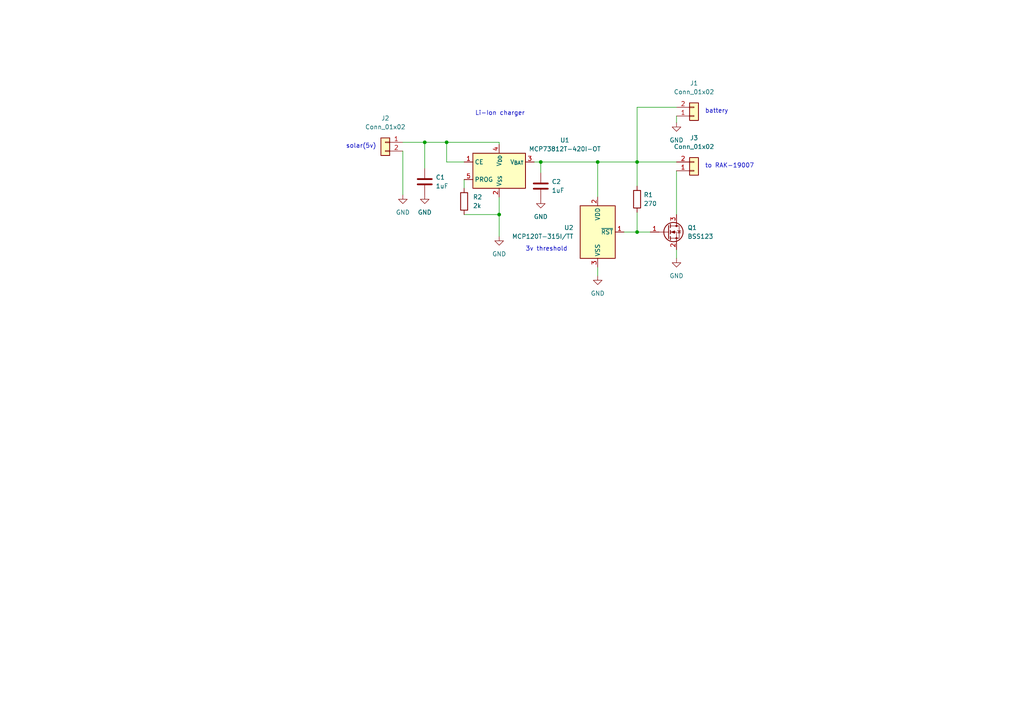
<source format=kicad_sch>
(kicad_sch (version 20231120) (generator "eeschema") (generator_version "8.0")
  (paper "A4")
  (lib_symbols
    (symbol "Battery_Management:MCP73812T-420I-OT"
      (property "Reference" "U" (at -6.35 6.35 0))
      (property "Value" "MCP73812T-420I-OT" (at 1.27 6.35 0))
      (symbol "MCP73812T-420I-OT_0_1"
        (rectangle (start -7.62 5.08) (end 7.62 -5.08) (stroke (width 0.254)) (fill (type background)))
      )
      (symbol "MCP73812T-420I-OT_1_1"
        (pin input line (at -10.16 2.54 0) (length 2.54) (name "CE") (number "1"))
        (pin power_in line (at 0 -7.62 90) (length 2.54) (name "V_{SS}") (number "2"))
        (pin power_out line (at 10.16 2.54 180) (length 2.54) (name "V_{BAT}") (number "3"))
        (pin power_in line (at 0 7.62 270) (length 2.54) (name "V_{DD}") (number "4"))
        (pin input line (at -10.16 -2.54 0) (length 2.54) (name "PROG") (number "5"))
      )
    )
    (symbol "Connector_Generic:Conn_01x02" (pin_names (offset 1.016) hide)
      (property "Reference" "J" (at 0 2.54 0))
      (property "Value" "Conn_01x02" (at 0 -5.08 0))
      (symbol "Conn_01x02_1_1"
        (rectangle (start -1.27 -2.413) (end 0 -2.667) (stroke (width 0.1524)))
        (rectangle (start -1.27 0.127) (end 0 -0.127) (stroke (width 0.1524)))
        (rectangle (start -1.27 1.27) (end 1.27 -3.81) (stroke (width 0.254)) (fill (type background)))
        (pin passive line (at -5.08 0 0) (length 3.81) (name "Pin_1") (number "1"))
        (pin passive line (at -5.08 -2.54 0) (length 3.81) (name "Pin_2") (number "2"))
      )
    )
    (symbol "Device:C" (pin_numbers hide) (pin_names (offset 0.254))
      (property "Reference" "C" (at 0.635 2.54 0))
      (property "Value" "C" (at 0.635 -2.54 0))
      (symbol "C_0_1"
        (polyline (pts (xy -2.032 -0.762) (xy 2.032 -0.762)) (stroke (width 0.508)))
        (polyline (pts (xy -2.032 0.762) (xy 2.032 0.762)) (stroke (width 0.508)))
      )
      (symbol "C_1_1"
        (pin passive line (at 0 3.81 270) (length 2.794) (name "~") (number "1"))
        (pin passive line (at 0 -3.81 90) (length 2.794) (name "~") (number "2"))
      )
    )
    (symbol "Device:R" (pin_numbers hide) (pin_names (offset 0))
      (property "Reference" "R" (at 2.032 0 90))
      (property "Value" "R" (at 0 0 90))
      (symbol "R_0_1"
        (rectangle (start -1.016 -2.54) (end 1.016 2.54) (stroke (width 0.254)))
      )
      (symbol "R_1_1"
        (pin passive line (at 0 3.81 270) (length 1.27) (name "~") (number "1"))
        (pin passive line (at 0 -3.81 90) (length 1.27) (name "~") (number "2"))
      )
    )
    (symbol "Power_Supervisor:MCP120-xxxxTT"
      (property "Reference" "U" (at -5.08 8.89 0))
      (property "Value" "MCP120-xxxxTT" (at 8.89 8.89 0))
      (symbol "MCP120-xxxxTT_0_1"
        (rectangle (start 5.08 7.62) (end -5.08 -7.62) (stroke (width 0.254)) (fill (type background)))
      )
      (symbol "MCP120-xxxxTT_1_1"
        (pin open_collector line (at 7.62 0 180) (length 2.54) (name "~{RST}") (number "1"))
        (pin power_in line (at 0 10.16 270) (length 2.54) (name "VDD") (number "2"))
        (pin power_in line (at 0 -10.16 90) (length 2.54) (name "VSS") (number "3"))
      )
    )
    (symbol "Transistor_FET:BSS123" (pin_names hide)
      (property "Reference" "Q" (at 5.08 1.905 0))
      (property "Value" "BSS123" (at 5.08 0 0))
      (symbol "BSS123_0_1"
        (polyline (pts (xy 0.254 0) (xy -2.54 0)))
        (polyline (pts (xy 0.254 1.905) (xy 0.254 -1.905)) (stroke (width 0.254)))
        (polyline (pts (xy 0.762 -1.27) (xy 0.762 -2.286)) (stroke (width 0.254)))
        (polyline (pts (xy 0.762 0.508) (xy 0.762 -0.508)) (stroke (width 0.254)))
        (polyline (pts (xy 0.762 2.286) (xy 0.762 1.27)) (stroke (width 0.254)))
        (polyline (pts (xy 2.54 2.54) (xy 2.54 1.778)))
        (polyline (pts (xy 2.54 -2.54) (xy 2.54 0) (xy 0.762 0)))
        (polyline (pts (xy 0.762 -1.778) (xy 3.302 -1.778) (xy 3.302 1.778) (xy 0.762 1.778)))
        (polyline (pts (xy 1.016 0) (xy 2.032 0.381) (xy 2.032 -0.381) (xy 1.016 0)) (fill (type outline)))
        (polyline (pts (xy 2.794 0.508) (xy 2.921 0.381) (xy 3.683 0.381) (xy 3.81 0.254)))
        (polyline (pts (xy 3.302 0.381) (xy 2.921 -0.254) (xy 3.683 -0.254) (xy 3.302 0.381)))
        (circle (center 1.651 0) (radius 2.794) (stroke (width 0.254)))
        (circle (center 2.54 -1.778) (radius 0.254) (fill (type outline)))
        (circle (center 2.54 1.778) (radius 0.254) (fill (type outline)))
      )
      (symbol "BSS123_1_1"
        (pin input line (at -5.08 0 0) (length 2.54) (name "G") (number "1"))
        (pin passive line (at 2.54 -5.08 90) (length 2.54) (name "S") (number "2"))
        (pin passive line (at 2.54 5.08 270) (length 2.54) (name "D") (number "3"))
      )
    )
    (symbol "power:GND" (power) (pin_names (offset 0))
      (property "Value" "GND" (at 0 -3.81 0))
      (symbol "GND_0_1"
        (polyline (pts (xy 0 0) (xy 0 -1.27) (xy 1.27 -1.27) (xy 0 -2.54) (xy -1.27 -1.27) (xy 0 -1.27)))
      )
      (symbol "GND_1_1"
        (pin power_in line (at 0 0 270) (length 0) hide (name "GND") (number "1"))
      )
    )
  )
  (junction (at 173.355 46.99))
  (junction (at 123.19 41.275))
  (junction (at 184.785 67.31))
  (junction (at 156.845 46.99))
  (junction (at 144.78 62.23))
  (junction (at 129.54 41.275))
  (junction (at 184.785 46.99))
  (wire (pts (xy 134.62 46.99) (xy 129.54 46.99)))
  (wire (pts (xy 116.84 41.275) (xy 123.19 41.275)))
  (wire (pts (xy 196.215 33.655) (xy 196.215 35.56)))
  (wire (pts (xy 184.785 67.31) (xy 188.595 67.31)))
  (wire (pts (xy 173.355 77.47) (xy 173.355 80.01)))
  (wire (pts (xy 144.78 62.23) (xy 144.78 68.58)))
  (wire (pts (xy 144.78 41.91) (xy 144.78 41.275)))
  (wire (pts (xy 184.785 53.975) (xy 184.785 46.99)))
  (wire (pts (xy 156.845 46.99) (xy 156.845 50.165)))
  (wire (pts (xy 184.785 46.99) (xy 196.215 46.99)))
  (wire (pts (xy 173.355 46.99) (xy 173.355 57.15)))
  (wire (pts (xy 173.355 46.99) (xy 184.785 46.99)))
  (wire (pts (xy 144.78 41.275) (xy 129.54 41.275)))
  (wire (pts (xy 196.215 72.39) (xy 196.215 74.93)))
  (wire (pts (xy 129.54 41.275) (xy 129.54 46.99)))
  (wire (pts (xy 134.62 62.23) (xy 144.78 62.23)))
  (wire (pts (xy 129.54 41.275) (xy 123.19 41.275)))
  (wire (pts (xy 196.215 31.115) (xy 184.785 31.115)))
  (wire (pts (xy 180.975 67.31) (xy 184.785 67.31)))
  (wire (pts (xy 154.94 46.99) (xy 156.845 46.99)))
  (wire (pts (xy 144.78 62.23) (xy 144.78 57.15)))
  (wire (pts (xy 134.62 52.07) (xy 134.62 54.61)))
  (wire (pts (xy 116.84 43.815) (xy 116.84 56.515)))
  (wire (pts (xy 123.19 48.895) (xy 123.19 41.275)))
  (wire (pts (xy 184.785 61.595) (xy 184.785 67.31)))
  (wire (pts (xy 184.785 31.115) (xy 184.785 46.99)))
  (wire (pts (xy 156.845 46.99) (xy 173.355 46.99)))
  (wire (pts (xy 196.215 49.53) (xy 196.215 62.23)))
  (text "Li-Ion charger" (at 137.795 33.655 0) (effects (font (size 1.27 1.27)) (justify left bottom)))
  (text "to RAK-19007" (at 204.47 48.895 0) (effects (font (size 1.27 1.27)) (justify left bottom)))
  (text "3v threshold" (at 152.4 73.025 0) (effects (font (size 1.27 1.27)) (justify left bottom)))
  (text "battery" (at 204.47 33.02 0) (effects (font (size 1.27 1.27)) (justify left bottom)))
  (text "solar(5v)" (at 100.33 43.18 0) (effects (font (size 1.27 1.27)) (justify left bottom)))
  (symbol (lib_id "Device:C") (at 156.845 53.975 0) (unit 1)
    (property "Reference" "C2" (at 160.02 52.7049 0) (effects (justify left)))
    (property "Value" "1uF" (at 160.02 55.2449 0) (effects (justify left)))
    (property "Footprint" "Capacitor_SMD:C_0805_2012Metric" (effects (hide yes)))
  )
  (symbol (lib_id "power:GND") (at 196.215 35.56 0) (unit 1)
    (property "Reference" "#PWR01" (effects (hide yes)))
    (property "Value" "GND" (at 196.215 40.64 0))
  )
  (symbol (lib_id "power:GND") (at 116.84 56.515 0) (unit 1)
    (property "Reference" "#PWR02" (effects (hide yes)))
    (property "Value" "GND" (at 116.84 61.595 0))
  )
  (symbol (lib_id "Power_Supervisor:MCP120-xxxxTT") (at 173.355 67.31 0) (unit 1)
    (property "Reference" "U2" (at 166.37 66.0399 0) (effects (justify right)))
    (property "Value" "MCP120T-315I/TT" (at 166.37 68.5799 0) (effects (justify right)))
    (property "Footprint" "Package_TO_SOT_SMD:SOT-23" (effects (hide yes)))
    (property "Datasheet" "http://ww1.microchip.com/downloads/en/DeviceDoc/11184d.pdf" (effects (hide yes)))
  )
  (symbol (lib_id "Battery_Management:MCP73812T-420I-OT") (at 144.78 49.53 0) (unit 1)
    (property "Reference" "U1" (at 163.83 40.6714 0))
    (property "Value" "MCP73812T-420I-OT" (at 163.83 43.2114 0))
    (property "Footprint" "Package_TO_SOT_SMD:SOT-23-5" (effects (hide yes)))
    (property "Datasheet" "http://ww1.microchip.com/downloads/en/DeviceDoc/22036b.pdf" (effects (hide yes)))
    (property "Description" "Simple, Miniature Single-Cell, Fully Integrated Li-Ion / Li-Polymer Charge Management Controllers, 50mA-500mA, 4.2V, SOT23-5" (effects (hide yes)))
  )
  (symbol (lib_id "power:GND") (at 156.845 57.785 0) (unit 1)
    (property "Reference" "#PWR05" (effects (hide yes)))
    (property "Value" "GND" (at 156.845 62.865 0))
  )
  (symbol (lib_id "Device:R") (at 134.62 58.42 0) (unit 1)
    (property "Reference" "R2" (at 137.16 57.1499 0) (effects (justify left)))
    (property "Value" "2k" (at 137.16 59.6899 0) (effects (justify left)))
    (property "Footprint" "Resistor_SMD:R_0603_1608Metric" (effects (hide yes)))
  )
  (symbol (lib_id "Connector_Generic:Conn_01x02") (at 201.295 49.53 0) (mirror x) (unit 1)
    (property "Reference" "J3" (at 201.295 40.005 0))
    (property "Value" "Conn_01x02" (at 201.295 42.545 0))
    (property "Footprint" "Connector_JST:JST_PH_B2B-PH-K_1x02_P2.00mm_Vertical" (effects (hide yes)))
  )
  (symbol (lib_id "Device:C") (at 123.19 52.705 0) (unit 1)
    (property "Reference" "C1" (at 126.365 51.4349 0) (effects (justify left)))
    (property "Value" "1uF" (at 126.365 53.9749 0) (effects (justify left)))
    (property "Footprint" "Capacitor_SMD:C_0805_2012Metric" (effects (hide yes)))
  )
  (symbol (lib_id "Device:R") (at 184.785 57.785 0) (unit 1)
    (property "Reference" "R1" (at 186.69 56.5149 0) (effects (justify left)))
    (property "Value" "270" (at 186.69 59.0549 0) (effects (justify left)))
    (property "Footprint" "Resistor_SMD:R_0603_1608Metric" (effects (hide yes)))
  )
  (symbol (lib_id "Connector_Generic:Conn_01x02") (at 111.76 41.275 0) (mirror y) (unit 1)
    (property "Reference" "J2" (at 111.76 34.29 0))
    (property "Value" "Conn_01x02" (at 111.76 36.83 0))
    (property "Footprint" "Connector_JST:JST_PH_B2B-PH-K_1x02_P2.00mm_Vertical" (effects (hide yes)))
  )
  (symbol (lib_id "power:GND") (at 173.355 80.01 0) (unit 1)
    (property "Reference" "#PWR07" (effects (hide yes)))
    (property "Value" "GND" (at 173.355 85.09 0))
  )
  (symbol (lib_id "power:GND") (at 196.215 74.93 0) (unit 1)
    (property "Reference" "#PWR06" (effects (hide yes)))
    (property "Value" "GND" (at 196.215 80.01 0))
  )
  (symbol (lib_id "Connector_Generic:Conn_01x02") (at 201.295 33.655 0) (mirror x) (unit 1)
    (property "Reference" "J1" (at 201.295 24.13 0))
    (property "Value" "Conn_01x02" (at 201.295 26.67 0))
    (property "Footprint" "Connector_JST:JST_PH_B2B-PH-K_1x02_P2.00mm_Vertical" (effects (hide yes)))
  )
  (symbol (lib_id "Transistor_FET:BSS123") (at 193.675 67.31 0) (unit 1)
    (property "Reference" "Q1" (at 199.39 66.0399 0) (effects (justify left)))
    (property "Value" "BSS123" (at 199.39 68.5799 0) (effects (justify left)))
    (property "Footprint" "Package_TO_SOT_SMD:SOT-23" (effects (hide yes)))
    (property "Datasheet" "http://www.diodes.com/assets/Datasheets/ds30366.pdf" (effects (hide yes)))
  )
  (symbol (lib_id "power:GND") (at 123.19 56.515 0) (unit 1)
    (property "Reference" "#PWR03" (effects (hide yes)))
    (property "Value" "GND" (at 123.19 61.595 0))
  )
  (symbol (lib_id "power:GND") (at 144.78 68.58 0) (unit 1)
    (property "Reference" "#PWR04" (effects (hide yes)))
    (property "Value" "GND" (at 144.78 73.66 0))
  )
)
</source>
